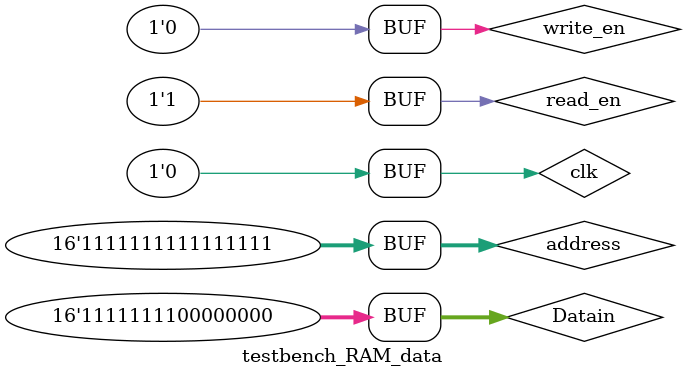
<source format=v>
`timescale 1us/10ns

module testbench_RAM_data();

reg clk;            
reg [15:0] address;
reg read_en; 
reg write_en;
wire [15:0] DataOut;
reg [15:0] Datain;

ram_data dut(.ADDBUS(address),.DATAIN(Datain), .DATAOUT(DataOut),.clk(clk),.WR(write_en), .RD(read_en));

always // CLOCK
	begin
		clk = 1; #50; clk = 0; #50;
	end

initial begin

#50
address = 16'h0000; Datain = 16'h00FF; read_en = 0;  write_en = 1; #100;
address = 16'h0001; Datain = 16'hFF00; read_en = 0;  write_en = 1; #100;
address = 16'h0001; read_en = 1;  write_en = 0; #100;
address = 16'h0000; read_en = 1;  write_en = 0; #100;

address = 16'hFFFF; Datain = 16'h00FF; read_en = 0;  write_en = 1; #100;
address = 16'hFFFE; Datain = 16'hFF00; read_en = 0;  write_en = 1; #100;
address = 16'hFFFE; read_en = 1;  write_en = 0; #100;
address = 16'hFFFF; read_en = 1;  write_en = 0;

end
endmodule
</source>
